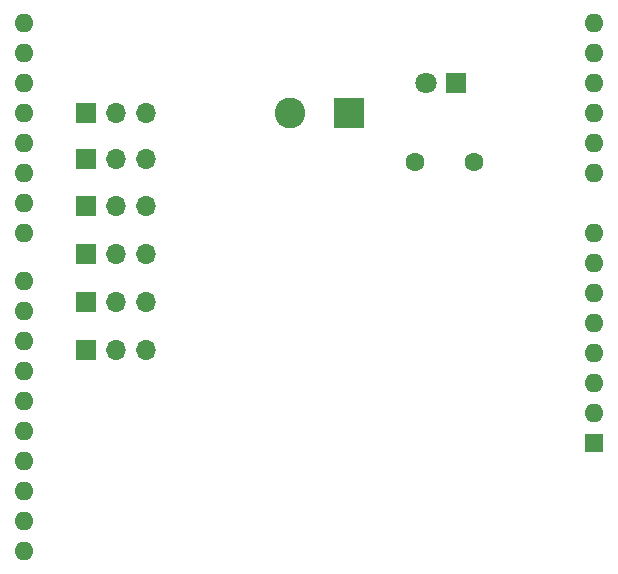
<source format=gbr>
%TF.GenerationSoftware,KiCad,Pcbnew,7.0.9*%
%TF.CreationDate,2024-02-26T09:47:16+09:00*%
%TF.ProjectId,240223_d0345_uno,32343032-3233-45f6-9430-3334355f756e,rev?*%
%TF.SameCoordinates,Original*%
%TF.FileFunction,Soldermask,Top*%
%TF.FilePolarity,Negative*%
%FSLAX46Y46*%
G04 Gerber Fmt 4.6, Leading zero omitted, Abs format (unit mm)*
G04 Created by KiCad (PCBNEW 7.0.9) date 2024-02-26 09:47:16*
%MOMM*%
%LPD*%
G01*
G04 APERTURE LIST*
%ADD10R,1.600000X1.600000*%
%ADD11O,1.600000X1.600000*%
%ADD12R,1.700000X1.700000*%
%ADD13O,1.700000X1.700000*%
%ADD14R,2.600000X2.600000*%
%ADD15C,2.600000*%
%ADD16R,1.800000X1.800000*%
%ADD17C,1.800000*%
%ADD18C,1.600000*%
G04 APERTURE END LIST*
D10*
%TO.C,A1*%
X194451370Y-87888000D03*
D11*
X194451370Y-85348000D03*
X194451370Y-82808000D03*
X194451370Y-80268000D03*
X194451370Y-77728000D03*
X194451370Y-75188000D03*
X194451370Y-72648000D03*
X194451370Y-70108000D03*
X194451370Y-65028000D03*
X194451370Y-62488000D03*
X194451370Y-59948000D03*
X194451370Y-57408000D03*
X194451370Y-54868000D03*
X194451370Y-52328000D03*
X146191370Y-52328000D03*
X146191370Y-54868000D03*
X146191370Y-57408000D03*
X146191370Y-59948000D03*
X146191370Y-62488000D03*
X146191370Y-65028000D03*
X146191370Y-67568000D03*
X146191370Y-70108000D03*
X146191370Y-74168000D03*
X146191370Y-76708000D03*
X146191370Y-79248000D03*
X146191370Y-81788000D03*
X146191370Y-84328000D03*
X146191370Y-86868000D03*
X146191370Y-89408000D03*
X146191370Y-91948000D03*
X146191370Y-94488000D03*
X146191370Y-97028000D03*
%TD*%
D12*
%TO.C,J7*%
X151399000Y-80010000D03*
D13*
X153939000Y-80010000D03*
X156479000Y-80010000D03*
%TD*%
D12*
%TO.C,J4*%
X151399000Y-67818000D03*
D13*
X153939000Y-67818000D03*
X156479000Y-67818000D03*
%TD*%
D12*
%TO.C,J6*%
X151399000Y-75946000D03*
D13*
X153939000Y-75946000D03*
X156479000Y-75946000D03*
%TD*%
D12*
%TO.C,J3*%
X151384000Y-63881000D03*
D13*
X153924000Y-63881000D03*
X156464000Y-63881000D03*
%TD*%
D14*
%TO.C,J1*%
X173660000Y-59944000D03*
D15*
X168660000Y-59944000D03*
%TD*%
D12*
%TO.C,J5*%
X151399000Y-71882000D03*
D13*
X153939000Y-71882000D03*
X156479000Y-71882000D03*
%TD*%
D12*
%TO.C,J2*%
X151384000Y-59944000D03*
D13*
X153924000Y-59944000D03*
X156464000Y-59944000D03*
%TD*%
D16*
%TO.C,D1*%
X182753000Y-57404000D03*
D17*
X180213000Y-57404000D03*
%TD*%
D18*
%TO.C,R1*%
X184277000Y-64135000D03*
X179277000Y-64135000D03*
%TD*%
M02*

</source>
